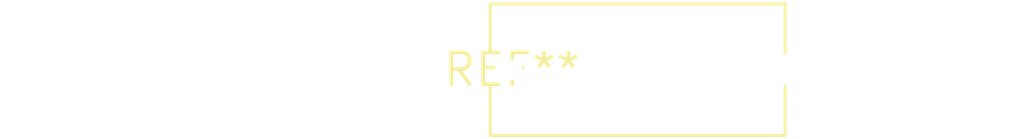
<source format=kicad_pcb>
(kicad_pcb (version 20240108) (generator pcbnew)
  (layers (0 "F.Cu" signal) (31 "B.Cu" signal) (34 "B.Paste" user) (35 "F.Paste" user) (36 "B.SilkS" user "B.Silkscreen") (37 "F.SilkS" user "F.Silkscreen") (38 "B.Mask" user) (39 "F.Mask" user) (44 "Edge.Cuts" user))
  (net 0 "")
  (footprint "C_Rect_L11.5mm_W5.0mm_P10.00mm_MKT" (layer "F.Cu") (at 0 0)
    (property "Reference" "REF**")
    (property "Value" "C_Rect_L11.5mm_W5.0mm_P10.00mm_MKT")
    (fp_line (start -0.87 -2.62) (end -0.87 -0.665) (layer "F.SilkS") (stroke (width 0.12)))
    (fp_line (start -0.87 -2.62) (end 10.87 -2.62) (layer "F.SilkS") (stroke (width 0.12)))
    (fp_line (start -0.87 0.665) (end -0.87 2.62) (layer "F.SilkS") (stroke (width 0.12)))
    (fp_line (start -0.87 2.62) (end 10.87 2.62) (layer "F.SilkS") (stroke (width 0.12)))
    (fp_line (start 10.87 -2.62) (end 10.87 -0.665) (layer "F.SilkS") (stroke (width 0.12)))
    (fp_line (start 10.87 0.665) (end 10.87 2.62) (layer "F.SilkS") (stroke (width 0.12)))
    (pad "1" thru_hole circle (at 0 0) (size 1.6 1.6) (drill 0.8) (layers *.Cu *.Mask) (remove_unused_layers))
    (pad "2" thru_hole circle (at 10 0) (size 1.6 1.6) (drill 0.8) (layers *.Cu *.Mask) (remove_unused_layers))
  )
)
</source>
